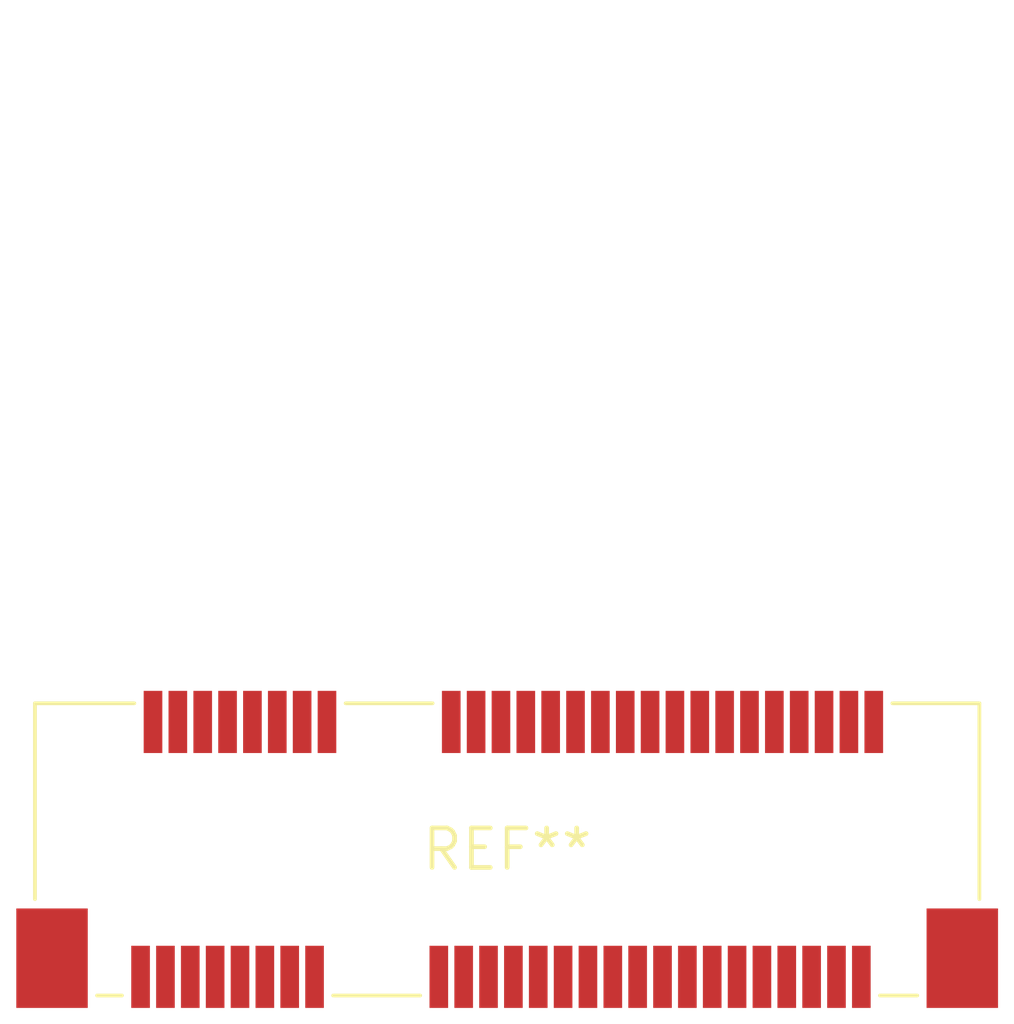
<source format=kicad_pcb>
(kicad_pcb (version 20240108) (generator pcbnew)
  (layers (0 "F.Cu" signal) (31 "B.Cu" signal) (34 "B.Paste" user) (35 "F.Paste" user) (36 "B.SilkS" user "B.Silkscreen") (37 "F.SilkS" user "F.Silkscreen") (38 "B.Mask" user) (39 "F.Mask" user) (44 "Edge.Cuts" user))
  (net 0 "")
  (footprint "BUS_PCI_Express_Mini_Half" (layer "F.Cu") (at 0 0)
    (property "Reference" "REF**")
    (property "Value" "BUS_PCI_Express_Mini_Half")
    (fp_line (start -15.2 -4.7) (end -15.2 1.6) (layer "F.SilkS") (stroke (width 0.12)))
    (fp_line (start -13.2 4.7) (end -12.4 4.7) (layer "F.SilkS") (stroke (width 0.12)))
    (fp_line (start -12 -4.7) (end -15.2 -4.7) (layer "F.SilkS") (stroke (width 0.12)))
    (fp_line (start -5.6 4.7) (end -2.8 4.7) (layer "F.SilkS") (stroke (width 0.12)))
    (fp_line (start -2.4 -4.7) (end -5.2 -4.7) (layer "F.SilkS") (stroke (width 0.12)))
    (fp_line (start 12 4.7) (end 13.2 4.7) (layer "F.SilkS") (stroke (width 0.12)))
    (fp_line (start 15.2 -4.7) (end 12.4 -4.7) (layer "F.SilkS") (stroke (width 0.12)))
    (fp_line (start 15.2 1.6) (end 15.2 -4.7) (layer "F.SilkS") (stroke (width 0.12)))
    (pad "" np_thru_hole circle (at -12.5 0) (size 1.6 1.6) (drill 1.6) (layers *.Cu *.Mask))
    (pad "" np_thru_hole circle (at 12.5 0) (size 1.1 1.1) (drill 1.1) (layers *.Cu *.Mask))
    (pad "1" smd rect (at -11.8 4.1) (size 0.6 2) (layers "F.Cu" "F.Paste" "F.Mask"))
    (pad "2" smd rect (at -11.4 -4.1) (size 0.6 2) (layers "F.Cu" "F.Paste" "F.Mask"))
    (pad "3" smd rect (at -11 4.1) (size 0.6 2) (layers "F.Cu" "F.Paste" "F.Mask"))
    (pad "4" smd rect (at -10.6 -4.1) (size 0.6 2) (layers "F.Cu" "F.Paste" "F.Mask"))
    (pad "5" smd rect (at -10.2 4.1) (size 0.6 2) (layers "F.Cu" "F.Paste" "F.Mask"))
    (pad "6" smd rect (at -9.8 -4.1) (size 0.6 2) (layers "F.Cu" "F.Paste" "F.Mask"))
    (pad "7" smd rect (at -9.4 4.1) (size 0.6 2) (layers "F.Cu" "F.Paste" "F.Mask"))
    (pad "8" smd rect (at -9 -4.1) (size 0.6 2) (layers "F.Cu" "F.Paste" "F.Mask"))
    (pad "9" smd rect (at -8.6 4.1) (size 0.6 2) (layers "F.Cu" "F.Paste" "F.Mask"))
    (pad "10" smd rect (at -8.2 -4.1) (size 0.6 2) (layers "F.Cu" "F.Paste" "F.Mask"))
    (pad "11" smd rect (at -7.8 4.1) (size 0.6 2) (layers "F.Cu" "F.Paste" "F.Mask"))
    (pad "12" smd rect (at -7.4 -4.1) (size 0.6 2) (layers "F.Cu" "F.Paste" "F.Mask"))
    (pad "13" smd rect (at -7 4.1) (size 0.6 2) (layers "F.Cu" "F.Paste" "F.Mask"))
    (pad "14" smd rect (at -6.6 -4.1) (size 0.6 2) (layers "F.Cu" "F.Paste" "F.Mask"))
    (pad "15" smd rect (at -6.2 4.1) (size 0.6 2) (layers "F.Cu" "F.Paste" "F.Mask"))
    (pad "16" smd rect (at -5.8 -4.1) (size 0.6 2) (layers "F.Cu" "F.Paste" "F.Mask"))
    (pad "17" smd rect (at -2.2 4.1) (size 0.6 2) (layers "F.Cu" "F.Paste" "F.Mask"))
    (pad "18" smd rect (at -1.8 -4.1) (size 0.6 2) (layers "F.Cu" "F.Paste" "F.Mask"))
    (pad "19" smd rect (at -1.4 4.1) (size 0.6 2) (layers "F.Cu" "F.Paste" "F.Mask"))
    (pad "20" smd rect (at -1 -4.1) (size 0.6 2) (layers "F.Cu" "F.Paste" "F.Mask"))
    (pad "21" smd rect (at -0.6 4.1) (size 0.6 2) (layers "F.Cu" "F.Paste" "F.Mask"))
    (pad "22" smd rect (at -0.2 -4.1) (size 0.6 2) (layers "F.Cu" "F.Paste" "F.Mask"))
    (pad "23" smd rect (at 0.2 4.1) (size 0.6 2) (layers "F.Cu" "F.Paste" "F.Mask"))
    (pad "24" smd rect (at 0.6 -4.1) (size 0.6 2) (layers "F.Cu" "F.Paste" "F.Mask"))
    (pad "25" smd rect (at 1 4.1) (size 0.6 2) (layers "F.Cu" "F.Paste" "F.Mask"))
    (pad "26" smd rect (at 1.4 -4.1) (size 0.6 2) (layers "F.Cu" "F.Paste" "F.Mask"))
    (pad "27" smd rect (at 1.8 4.1) (size 0.6 2) (layers "F.Cu" "F.Paste" "F.Mask"))
    (pad "28" smd rect (at 2.2 -4.1) (size 0.6 2) (layers "F.Cu" "F.Paste" "F.Mask"))
    (pad "29" smd rect (at 2.6 4.1) (size 0.6 2) (layers "F.Cu" "F.Paste" "F.Mask"))
    (pad "30" smd rect (at 3 -4.1) (size 0.6 2) (layers "F.Cu" "F.Paste" "F.Mask"))
    (pad "31" smd rect (at 3.4 4.1) (size 0.6 2) (layers "F.Cu" "F.Paste" "F.Mask"))
    (pad "32" smd rect (at 3.8 -4.1) (size 0.6 2) (layers "F.Cu" "F.Paste" "F.Mask"))
    (pad "33" smd rect (at 4.2 4.1) (size 0.6 2) (layers "F.Cu" "F.Paste" "F.Mask"))
    (pad "34" smd rect (at 4.6 -4.1) (size 0.6 2) (layers "F.Cu" "F.Paste" "F.Mask"))
    (pad "35" smd rect (at 5 4.1) (size 0.6 2) (layers "F.Cu" "F.Paste" "F.Mask"))
    (pad "36" smd rect (at 5.4 -4.1) (size 0.6 2) (layers "F.Cu" "F.Paste" "F.Mask"))
    (pad "37" smd rect (at 5.8 4.1) (size 0.6 2) (layers "F.Cu" "F.Paste" "F.Mask"))
    (pad "38" smd rect (at 6.2 -4.1) (size 0.6 2) (layers "F.Cu" "F.Paste" "F.Mask"))
    (pad "39" smd rect (at 6.6 4.1) (size 0.6 2) (layers "F.Cu" "F.Paste" "F.Mask"))
    (pad "40" smd rect (at 7 -4.1) (size 0.6 2) (layers "F.Cu" "F.Paste" "F.Mask"))
    (pad "41" smd rect (at 7.4 4.1) (size 0.6 2) (layers "F.Cu" "F.Paste" "F.Mask"))
    (pad "42" smd rect (at 7.8 -4.1) (size 0.6 2) (layers "F.Cu" "F.Paste" "F.Mask"))
    (pad "43" smd rect (at 8.2 4.1) (size 0.6 2) (layers "F.Cu" "F.Paste" "F.Mask"))
    (pad "44" smd rect (at 8.6 -4.1) (size 0.6 2) (layers "F.Cu" "F.Paste" "F.Mask"))
    (pad "45" smd rect (at 9 4.1) (size 0.6 2) (layers "F.Cu" "F.Paste" "F.Mask"))
    (pad "46" smd rect (at 9.4 -4.1) (size 0.6 2) (layers "F.Cu" "F.Paste" "F.Mask"))
    (pad "47" smd rect (at 9.8 4.1) (size 0.6 2) (layers "F.Cu" "F.Paste" "F.Mask"))
    (pad "48" smd rect (at 10.2 -4.1) (size 0.6 2) (layers "F.Cu" "F.Paste" "F.Mask"))
    (pad "49" smd rect (at 10.6 4.1) (size 0.6 2) (layers "F.Cu" "F.Paste" "F.Mask"))
    (pad "50" smd rect (at 11 -4.1) (size 0.6 2) (layers "F.Cu" "F.Paste" "F.Mask"))
    (pad "51" smd rect (at 11.4 4.1) (size 0.6 2) (layers "F.Cu" "F.Paste" "F.Mask"))
    (pad "52" smd rect (at 11.8 -4.1) (size 0.6 2) (layers "F.Cu" "F.Paste" "F.Mask"))
    (pad "MP" smd rect (at -14.65 3.5) (size 2.3 3.2) (layers "F.Cu" "F.Paste" "F.Mask"))
    (pad "MP" smd rect (at 14.65 3.5) (size 2.3 3.2) (layers "F.Cu" "F.Paste" "F.Mask"))
  )
)
</source>
